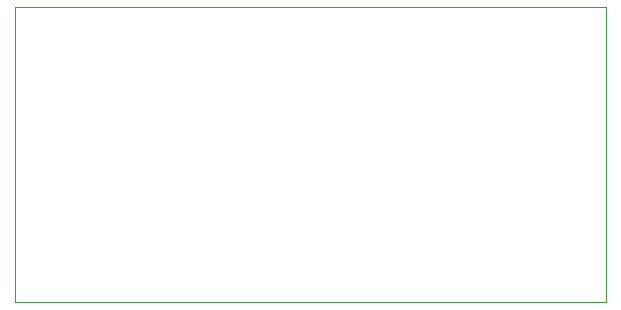
<source format=gm1>
G04 #@! TF.GenerationSoftware,KiCad,Pcbnew,8.0.5*
G04 #@! TF.CreationDate,2024-09-14T16:18:36+01:00*
G04 #@! TF.ProjectId,RotationEncoder,526f7461-7469-46f6-9e45-6e636f646572,rev?*
G04 #@! TF.SameCoordinates,Original*
G04 #@! TF.FileFunction,Profile,NP*
%FSLAX46Y46*%
G04 Gerber Fmt 4.6, Leading zero omitted, Abs format (unit mm)*
G04 Created by KiCad (PCBNEW 8.0.5) date 2024-09-14 16:18:36*
%MOMM*%
%LPD*%
G01*
G04 APERTURE LIST*
G04 #@! TA.AperFunction,Profile*
%ADD10C,0.050000*%
G04 #@! TD*
G04 APERTURE END LIST*
D10*
X120000000Y-80000000D02*
X170000000Y-80000000D01*
X170000000Y-105000000D01*
X120000000Y-105000000D01*
X120000000Y-80000000D01*
M02*

</source>
